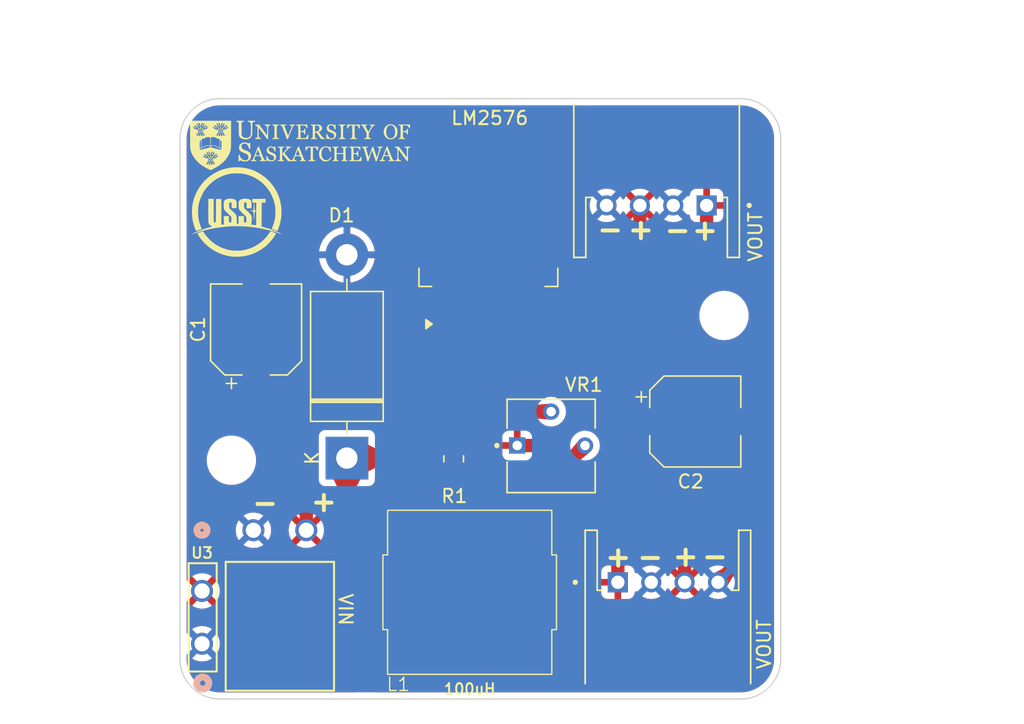
<source format=kicad_pcb>
(kicad_pcb (version 20240108) (generator "pcbnew") (generator_version "8.0")
  (layers (0 "F.Cu" signal) (31 "B.Cu" signal) (34 "B.Paste" user) (35 "F.Paste" user) (36 "B.SilkS" user "B.Silkscreen") (37 "F.SilkS" user "F.Silkscreen") (38 "B.Mask" user) (39 "F.Mask" user) (44 "Edge.Cuts" user))
  (net 0 "")
  (net 1 "GND")
  (net 2 "/Vin")
  (net 3 "/Vout")
  (net 4 "Net-(D1-K)")
  (net 5 "Net-(U1-FB)")
  (net 6 "Net-(R1-Pad1)")
  (footprint "Capacitor_SMD:CP_Elec_6.3x7.7" (layer "F.Cu") (at 130.2 68.3 90)
    (property "Reference" "C1" (at 0 -4.35 90) (layer "F.SilkS"))
    (property "Value" "100uF")
    (pad "1" smd roundrect (at -2.7 0 90) (size 3.5 1.6) (layers "F.Cu" "F.Paste" "F.Mask") (roundrect_rratio 0.15625) (net 2 "/Vin"))
    (pad "2" smd roundrect (at 2.7 0 90) (size 3.5 1.6) (layers "F.Cu" "F.Paste" "F.Mask") (roundrect_rratio 0.15625) (net 1 "GND"))
  )
  (footprint "MountingHole:MountingHole_3.2mm_M3" (layer "F.Cu") (at 128.35 78.1)
    (property "Reference" "H1")
    (property "Value" "MountingHole")
    (pad "" np_thru_hole circle (at 0 0) (size 3.2 3.2) (drill 3.2) (layers "*.Cu" "*.Mask" "In1.Cu" "In2.Cu" "In3.Cu" "In4.Cu" "In5.Cu" "In6.Cu" "In7.Cu" "In8.Cu" "In9.Cu" "In10.Cu" "In11.Cu" "In12.Cu" "In13.Cu" "In14.Cu" "In15.Cu" "In16.Cu" "In17.Cu" "In18.Cu" "In19.Cu" "In20.Cu" "In21.Cu" "In22.Cu" "In23.Cu" "In24.Cu" "In25.Cu" "In26.Cu" "In27.Cu" "In28.Cu" "In29.Cu" "In30.Cu"))
  )
  (footprint "custom_library:S2P-VH_JST" (layer "F.Cu") (at 130 83.35)
    (property "Reference" "VIN" (at 6.9 5.95 270) (layer "F.SilkS"))
    (property "Value" "S2P-VH")
    (pad "1" thru_hole circle (at 0 0) (size 1.651 1.651) (drill 1.143) (layers "*.Cu" "*.Mask" "In1.Cu" "In2.Cu" "In3.Cu" "In4.Cu" "In5.Cu" "In6.Cu" "In7.Cu" "In8.Cu" "In9.Cu" "In10.Cu" "In11.Cu" "In12.Cu" "In13.Cu" "In14.Cu" "In15.Cu" "In16.Cu" "In17.Cu" "In18.Cu" "In19.Cu" "In20.Cu" "In21.Cu" "In22.Cu" "In23.Cu" "In24.Cu" "In25.Cu" "In26.Cu" "In27.Cu" "In28.Cu" "In29.Cu" "In30.Cu") (net 1 "GND"))
    (pad "2" thru_hole circle (at 3.960001 0) (size 1.651 1.651) (drill 1.143) (layers "*.Cu" "*.Mask" "In1.Cu" "In2.Cu" "In3.Cu" "In4.Cu" "In5.Cu" "In6.Cu" "In7.Cu" "In8.Cu" "In9.Cu" "In10.Cu" "In11.Cu" "In12.Cu" "In13.Cu" "In14.Cu" "In15.Cu" "In16.Cu" "In17.Cu" "In18.Cu" "In19.Cu" "In20.Cu" "In21.Cu" "In22.Cu" "In23.Cu" "In24.Cu" "In25.Cu" "In26.Cu" "In27.Cu" "In28.Cu" "In29.Cu" "In30.Cu") (net 2 "/Vin"))
  )
  (footprint "Resistor_SMD:R_0805_2012Metric" (layer "F.Cu") (at 145 78 90)
    (property "Reference" "R1" (at -2.7875 0.05 180) (layer "F.SilkS"))
    (property "Value" "3k8")
    (pad "1" smd roundrect (at -0.9125 0 90) (size 1.025 1.4) (layers "F.Cu" "F.Paste" "F.Mask") (roundrect_rratio 0.243902) (net 6 "Net-(R1-Pad1)"))
    (pad "2" smd roundrect (at 0.9125 0 90) (size 1.025 1.4) (layers "F.Cu" "F.Paste" "F.Mask") (roundrect_rratio 0.243902) (net 1 "GND"))
  )
  (footprint "custom_library:JST_S4B-XH-A-1" (layer "F.Cu") (at 161.05 89.1)
    (property "Reference" "VOUT" (at 7.2 2.8 270) (layer "F.SilkS"))
    (property "Value" "JST_S4B-XH-A-1")
    (pad "1" thru_hole rect (at -3.75 -1.85) (size 1.508 1.508) (drill 1) (layers "*.Cu" "*.Mask" "In1.Cu" "In2.Cu" "In3.Cu" "In4.Cu" "In5.Cu" "In6.Cu" "In7.Cu" "In8.Cu" "In9.Cu" "In10.Cu" "In11.Cu" "In12.Cu" "In13.Cu" "In14.Cu" "In15.Cu" "In16.Cu" "In17.Cu" "In18.Cu" "In19.Cu" "In20.Cu" "In21.Cu" "In22.Cu" "In23.Cu" "In24.Cu" "In25.Cu" "In26.Cu" "In27.Cu" "In28.Cu" "In29.Cu" "In30.Cu") (net 3 "/Vout"))
    (pad "2" thru_hole circle (at -1.25 -1.85) (size 1.508 1.508) (drill 1) (layers "*.Cu" "*.Mask" "In1.Cu" "In2.Cu" "In3.Cu" "In4.Cu" "In5.Cu" "In6.Cu" "In7.Cu" "In8.Cu" "In9.Cu" "In10.Cu" "In11.Cu" "In12.Cu" "In13.Cu" "In14.Cu" "In15.Cu" "In16.Cu" "In17.Cu" "In18.Cu" "In19.Cu" "In20.Cu" "In21.Cu" "In22.Cu" "In23.Cu" "In24.Cu" "In25.Cu" "In26.Cu" "In27.Cu" "In28.Cu" "In29.Cu" "In30.Cu") (net 1 "GND"))
    (pad "3" thru_hole circle (at 1.25 -1.85) (size 1.508 1.508) (drill 1) (layers "*.Cu" "*.Mask" "In1.Cu" "In2.Cu" "In3.Cu" "In4.Cu" "In5.Cu" "In6.Cu" "In7.Cu" "In8.Cu" "In9.Cu" "In10.Cu" "In11.Cu" "In12.Cu" "In13.Cu" "In14.Cu" "In15.Cu" "In16.Cu" "In17.Cu" "In18.Cu" "In19.Cu" "In20.Cu" "In21.Cu" "In22.Cu" "In23.Cu" "In24.Cu" "In25.Cu" "In26.Cu" "In27.Cu" "In28.Cu" "In29.Cu" "In30.Cu") (net 3 "/Vout"))
    (pad "4" thru_hole circle (at 3.75 -1.85) (size 1.508 1.508) (drill 1) (layers "*.Cu" "*.Mask" "In1.Cu" "In2.Cu" "In3.Cu" "In4.Cu" "In5.Cu" "In6.Cu" "In7.Cu" "In8.Cu" "In9.Cu" "In10.Cu" "In11.Cu" "In12.Cu" "In13.Cu" "In14.Cu" "In15.Cu" "In16.Cu" "In17.Cu" "In18.Cu" "In19.Cu" "In20.Cu" "In21.Cu" "In22.Cu" "In23.Cu" "In24.Cu" "In25.Cu" "In26.Cu" "In27.Cu" "In28.Cu" "In29.Cu" "In30.Cu") (net 1 "GND"))
  )
  (footprint "custom_library:SMDRI127-101MT" (layer "F.Cu") (at 146.2 88 90)
    (property "Reference" "L1" (at -6.9 -5.35 0) (layer "F.SilkS") (effects (font (thickness 0.1))))
    (property "Value" "100uH" (at -7.25 0 0) (layer "F.SilkS") (effects (font (size 0.8 0.8))))
    (pad "1" smd rect (at 0 -4.95 90) (size 5.45 2.95) (layers "F.Cu" "F.Paste" "F.Mask") (net 4 "Net-(D1-K)"))
    (pad "2" smd rect (at 0 4.95 90) (size 5.45 2.95) (layers "F.Cu" "F.Paste" "F.Mask") (net 3 "/Vout"))
  )
  (footprint "USST_logo:USST_logo_Small" (layer "F.Cu") (at 128.75 59.5)
    (property "Reference" "G***" (hide yes))
    (property "Value" "LOGO" (hide yes))
  )
  (footprint "Package_TO_SOT_SMD:TO-263-5_TabPin3" (layer "F.Cu") (at 147.6 60.25 90)
    (property "Reference" "LM2576" (at 7.8 0.1 0) (layer "F.SilkS"))
    (property "Value" "LM2576T-ADJ")
    (pad "1" smd roundrect (at -7.65 -3.4 90) (size 4.6 1.1) (layers "F.Cu" "F.Paste" "F.Mask") (roundrect_rratio 0.227273) (net 2 "/Vin"))
    (pad "2" smd roundrect (at -7.65 -1.7 90) (size 4.6 1.1) (layers "F.Cu" "F.Paste" "F.Mask") (roundrect_rratio 0.227273) (net 4 "Net-(D1-K)"))
    (pad "3" smd roundrect (at -7.65 0 90) (size 4.6 1.1) (layers "F.Cu" "F.Paste" "F.Mask") (roundrect_rratio 0.227273) (net 1 "GND"))
    (pad "3" smd roundrect (at -0.925 -2.775 90) (size 4.55 5.25) (layers "F.Cu" "F.Paste") (roundrect_rratio 0.054945) (net 1 "GND"))
    (pad "3" smd roundrect (at -0.925 2.775 90) (size 4.55 5.25) (layers "F.Cu" "F.Paste") (roundrect_rratio 0.054945) (net 1 "GND"))
    (pad "3" smd roundrect (at 1.5 0 90) (size 9.4 10.8) (layers "F.Cu" "F.Mask") (roundrect_rratio 0.026596) (net 1 "GND"))
    (pad "3" smd roundrect (at 3.925 -2.775 90) (size 4.55 5.25) (layers "F.Cu" "F.Paste") (roundrect_rratio 0.054945) (net 1 "GND"))
    (pad "3" smd roundrect (at 3.925 2.775 90) (size 4.55 5.25) (layers "F.Cu" "F.Paste") (roundrect_rratio 0.054945) (net 1 "GND"))
    (pad "4" smd roundrect (at -7.65 1.7 90) (size 4.6 1.1) (layers "F.Cu" "F.Paste" "F.Mask") (roundrect_rratio 0.227273) (net 5 "Net-(U1-FB)"))
    (pad "5" smd roundrect (at -7.65 3.4 90) (size 4.6 1.1) (layers "F.Cu" "F.Paste" "F.Mask") (roundrect_rratio 0.227273) (net 1 "GND"))
  )
  (footprint "custom_library:S2P-VH_JST_Only_holes" (layer "F.Cu") (at 126.15 91.860001 90)
    (property "Reference" "U3" (at 6.810001 0 0) (layer "F.SilkS") (effects (font (size 0.8 0.8))))
    (property "Value" "S2P-VH")
    (pad "1" thru_hole circle (at 0 0 90) (size 1.651 1.651) (drill 1.143) (layers "*.Cu" "*.Mask" "In1.Cu" "In2.Cu" "In3.Cu" "In4.Cu" "In5.Cu" "In6.Cu" "In7.Cu" "In8.Cu" "In9.Cu" "In10.Cu" "In11.Cu" "In12.Cu" "In13.Cu" "In14.Cu" "In15.Cu" "In16.Cu" "In17.Cu" "In18.Cu" "In19.Cu" "In20.Cu" "In21.Cu" "In22.Cu" "In23.Cu" "In24.Cu" "In25.Cu" "In26.Cu" "In27.Cu" "In28.Cu" "In29.Cu" "In30.Cu") (net 1 "GND"))
    (pad "2" thru_hole circle (at 3.960001 0 90) (size 1.651 1.651) (drill 1.143) (layers "*.Cu" "*.Mask" "In1.Cu" "In2.Cu" "In3.Cu" "In4.Cu" "In5.Cu" "In6.Cu" "In7.Cu" "In8.Cu" "In9.Cu" "In10.Cu" "In11.Cu" "In12.Cu" "In13.Cu" "In14.Cu" "In15.Cu" "In16.Cu" "In17.Cu" "In18.Cu" "In19.Cu" "In20.Cu" "In21.Cu" "In22.Cu" "In23.Cu" "In24.Cu" "In25.Cu" "In26.Cu" "In27.Cu" "In28.Cu" "In29.Cu" "In30.Cu") (net 2 "/Vin"))
  )
  (footprint "USST_logo:usask_logo_15x3.4_silkscreen" (layer "F.Cu") (at 133.5 54.5)
    (property "Reference" "G***" (hide yes))
    (property "Value" "LOGO" (hide yes))
  )
  (footprint "Diode_THT:D_DO-201AD_P15.24mm_Horizontal" (layer "F.Cu") (at 137 77.94 90)
    (property "Reference" "D1" (at 18.19 -0.4 180) (layer "F.SilkS"))
    (property "Value" "1N5822")
    (fp_text user "K" (at 0 -2.6 90) (layer "F.SilkS"))
    (pad "1" thru_hole rect (at 0 0 90) (size 3.2 3.2) (drill 1.6) (layers "*.Cu" "*.Mask" "In1.Cu" "In2.Cu" "In3.Cu" "In4.Cu" "In5.Cu" "In6.Cu" "In7.Cu" "In8.Cu" "In9.Cu" "In10.Cu" "In11.Cu" "In12.Cu" "In13.Cu" "In14.Cu" "In15.Cu" "In16.Cu" "In17.Cu" "In18.Cu" "In19.Cu" "In20.Cu" "In21.Cu" "In22.Cu" "In23.Cu" "In24.Cu" "In25.Cu" "In26.Cu" "In27.Cu" "In28.Cu" "In29.Cu" "In30.Cu") (net 4 "Net-(D1-K)"))
    (pad "2" thru_hole oval (at 15.24 0 90) (size 3.2 3.2) (drill 1.6) (layers "*.Cu" "*.Mask" "In1.Cu" "In2.Cu" "In3.Cu" "In4.Cu" "In5.Cu" "In6.Cu" "In7.Cu" "In8.Cu" "In9.Cu" "In10.Cu" "In11.Cu" "In12.Cu" "In13.Cu" "In14.Cu" "In15.Cu" "In16.Cu" "In17.Cu" "In18.Cu" "In19.Cu" "In20.Cu" "In21.Cu" "In22.Cu" "In23.Cu" "In24.Cu" "In25.Cu" "In26.Cu" "In27.Cu" "In28.Cu" "In29.Cu" "In30.Cu") (net 1 "GND"))
  )
  (footprint "MountingHole:MountingHole_3.2mm_M3" (layer "F.Cu") (at 165.25 67.25)
    (property "Reference" "H2")
    (property "Value" "MountingHole")
    (pad "" np_thru_hole circle (at 0 0) (size 3.2 3.2) (drill 3.2) (layers "*.Cu" "*.Mask" "In1.Cu" "In2.Cu" "In3.Cu" "In4.Cu" "In5.Cu" "In6.Cu" "In7.Cu" "In8.Cu" "In9.Cu" "In10.Cu" "In11.Cu" "In12.Cu" "In13.Cu" "In14.Cu" "In15.Cu" "In16.Cu" "In17.Cu" "In18.Cu" "In19.Cu" "In20.Cu" "In21.Cu" "In22.Cu" "In23.Cu" "In24.Cu" "In25.Cu" "In26.Cu" "In27.Cu" "In28.Cu" "In29.Cu" "In30.Cu"))
  )
  (footprint "Capacitor_SMD:CP_Elec_6.3x7.7" (layer "F.Cu") (at 163.1 75.2)
    (property "Reference" "C2" (at -0.35 4.5 0) (layer "F.SilkS"))
    (property "Value" "330uF")
    (pad "1" smd roundrect (at -2.7 0) (size 3.5 1.6) (layers "F.Cu" "F.Paste" "F.Mask") (roundrect_rratio 0.15625) (net 3 "/Vout"))
    (pad "2" smd roundrect (at 2.7 0) (size 3.5 1.6) (layers "F.Cu" "F.Paste" "F.Mask") (roundrect_rratio 0.15625) (net 1 "GND"))
  )
  (footprint "custom_library:TRIM_3362P-1-103LF" (layer "F.Cu") (at 152.3 77)
    (property "Reference" "VR1" (at 2.45 -4.55 0) (layer "F.SilkS") (effects (font (size 1.002756 1.002756))))
    (property "Value" "TRIM_3362P_10k_VR")
    (pad "1" thru_hole rect (at -2.54 0) (size 1.222 1.222) (drill 0.714) (layers "*.Cu" "*.Mask" "In1.Cu" "In2.Cu" "In3.Cu" "In4.Cu" "In5.Cu" "In6.Cu" "In7.Cu" "In8.Cu" "In9.Cu" "In10.Cu" "In11.Cu" "In12.Cu" "In13.Cu" "In14.Cu" "In15.Cu" "In16.Cu" "In17.Cu" "In18.Cu" "In19.Cu" "In20.Cu" "In21.Cu" "In22.Cu" "In23.Cu" "In24.Cu" "In25.Cu" "In26.Cu" "In27.Cu" "In28.Cu" "In29.Cu" "In30.Cu") (net 3 "/Vout"))
    (pad "2" thru_hole circle (at 0 -2.54) (size 1.222 1.222) (drill 0.714) (layers "*.Cu" "*.Mask" "In1.Cu" "In2.Cu" "In3.Cu" "In4.Cu" "In5.Cu" "In6.Cu" "In7.Cu" "In8.Cu" "In9.Cu" "In10.Cu" "In11.Cu" "In12.Cu" "In13.Cu" "In14.Cu" "In15.Cu" "In16.Cu" "In17.Cu" "In18.Cu" "In19.Cu" "In20.Cu" "In21.Cu" "In22.Cu" "In23.Cu" "In24.Cu" "In25.Cu" "In26.Cu" "In27.Cu" "In28.Cu" "In29.Cu" "In30.Cu") (net 5 "Net-(U1-FB)"))
    (pad "3" thru_hole circle (at 2.54 0) (size 1.222 1.222) (drill 0.714) (layers "*.Cu" "*.Mask" "In1.Cu" "In2.Cu" "In3.Cu" "In4.Cu" "In5.Cu" "In6.Cu" "In7.Cu" "In8.Cu" "In9.Cu" "In10.Cu" "In11.Cu" "In12.Cu" "In13.Cu" "In14.Cu" "In15.Cu" "In16.Cu" "In17.Cu" "In18.Cu" "In19.Cu" "In20.Cu" "In21.Cu" "In22.Cu" "In23.Cu" "In24.Cu" "In25.Cu" "In26.Cu" "In27.Cu" "In28.Cu" "In29.Cu" "In30.Cu") (net 6 "Net-(R1-Pad1)"))
  )
  (footprint "custom_library:JST_S4B-XH-A-1" (layer "F.Cu") (at 160.2 57.15 180)
    (property "Reference" "VOUT" (at -7.4 -4.2 90) (layer "F.SilkS"))
    (property "Value" "JST_S4B-XH-A-1")
    (pad "1" thru_hole rect (at -3.75 -1.85 180) (size 1.508 1.508) (drill 1) (layers "*.Cu" "*.Mask" "In1.Cu" "In2.Cu" "In3.Cu" "In4.Cu" "In5.Cu" "In6.Cu" "In7.Cu" "In8.Cu" "In9.Cu" "In10.Cu" "In11.Cu" "In12.Cu" "In13.Cu" "In14.Cu" "In15.Cu" "In16.Cu" "In17.Cu" "In18.Cu" "In19.Cu" "In20.Cu" "In21.Cu" "In22.Cu" "In23.Cu" "In24.Cu" "In25.Cu" "In26.Cu" "In27.Cu" "In28.Cu" "In29.Cu" "In30.Cu") (net 3 "/Vout"))
    (pad "2" thru_hole circle (at -1.25 -1.85 180) (size 1.508 1.508) (drill 1) (layers "*.Cu" "*.Mask" "In1.Cu" "In2.Cu" "In3.Cu" "In4.Cu" "In5.Cu" "In6.Cu" "In7.Cu" "In8.Cu" "In9.Cu" "In10.Cu" "In11.Cu" "In12.Cu" "In13.Cu" "In14.Cu" "In15.Cu" "In16.Cu" "In17.Cu" "In18.Cu" "In19.Cu" "In20.Cu" "In21.Cu" "In22.Cu" "In23.Cu" "In24.Cu" "In25.Cu" "In26.Cu" "In27.Cu" "In28.Cu" "In29.Cu" "In30.Cu") (net 1 "GND"))
    (pad "3" thru_hole circle (at 1.25 -1.85 180) (size 1.508 1.508) (drill 1) (layers "*.Cu" "*.Mask" "In1.Cu" "In2.Cu" "In3.Cu" "In4.Cu" "In5.Cu" "In6.Cu" "In7.Cu" "In8.Cu" "In9.Cu" "In10.Cu" "In11.Cu" "In12.Cu" "In13.Cu" "In14.Cu" "In15.Cu" "In16.Cu" "In17.Cu" "In18.Cu" "In19.Cu" "In20.Cu" "In21.Cu" "In22.Cu" "In23.Cu" "In24.Cu" "In25.Cu" "In26.Cu" "In27.Cu" "In28.Cu" "In29.Cu" "In30.Cu") (net 3 "/Vout"))
    (pad "4" thru_hole circle (at 3.75 -1.85 180) (size 1.508 1.508) (drill 1) (layers "*.Cu" "*.Mask" "In1.Cu" "In2.Cu" "In3.Cu" "In4.Cu" "In5.Cu" "In6.Cu" "In7.Cu" "In8.Cu" "In9.Cu" "In10.Cu" "In11.Cu" "In12.Cu" "In13.Cu" "In14.Cu" "In15.Cu" "In16.Cu" "In17.Cu" "In18.Cu" "In19.Cu" "In20.Cu" "In21.Cu" "In22.Cu" "In23.Cu" "In24.Cu" "In25.Cu" "In26.Cu" "In27.Cu" "In28.Cu" "In29.Cu" "In30.Cu") (net 1 "GND"))
  )
  (gr_arc (start 127.5 96) (mid 125.37868 95.12132) (end 124.5 93) (stroke (width 0.1)) (layer "Edge.Cuts"))
  (gr_line (start 166.5 96) (end 127.5 96) (stroke (width 0.1)) (layer "Edge.Cuts"))
  (gr_arc (start 124.5 54) (mid 125.37868 51.87868) (end 127.5 51) (stroke (width 0.1)) (layer "Edge.Cuts"))
  (gr_arc (start 169.5 93) (mid 168.62132 95.12132) (end 166.5 96) (stroke (width 0.1)) (layer "Edge.Cuts"))
  (gr_line (start 127.5 51) (end 166.5 51) (stroke (width 0.1)) (layer "Edge.Cuts"))
  (gr_line (start 169.5 54) (end 169.5 93) (stroke (width 0.1)) (layer "Edge.Cuts"))
  (gr_arc (start 166.5 51) (mid 168.62132 51.87868) (end 169.5 54) (stroke (width 0.1)) (layer "Edge.Cuts"))
  (gr_line (start 124.5 93) (end 124.5 54) (stroke (width 0.1)) (layer "Edge.Cuts"))
  (gr_text "+" (at 161.25 86.15 0) (layer "F.SilkS") (effects (font (size 1.5 1.5) (thickness 0.3) (bold yes)) (justify left bottom)))
  (gr_text "+" (at 157.9 61.65 0) (layer "F.SilkS") (effects (font (size 1.5 1.5) (thickness 0.3) (bold yes)) (justify left bottom)))
  (gr_text "+" (at 156.2 86.2 0) (layer "F.SilkS") (effects (font (size 1.5 1.5) (thickness 0.3) (bold yes)) (justify left bottom)))
  (gr_text "-" (at 160.65 61.7 0) (layer "F.SilkS") (effects (font (size 1.5 1.5) (thickness 0.3) (bold yes)) (justify left bottom)))
  (gr_text "+" (at 162.7 61.7 0) (layer "F.SilkS") (effects (font (size 1.5 1.5) (thickness 0.3) (bold yes)) (justify left bottom)))
  (gr_text "-" (at 158.6 86.2 0) (layer "F.SilkS") (effects (font (size 1.5 1.5) (thickness 0.3) (bold yes)) (justify left bottom)))
  (gr_text "-" (at 155.6 61.65 0) (layer "F.SilkS") (effects (font (size 1.5 1.5) (thickness 0.3) (bold yes)) (justify left bottom)))
  (gr_text "-" (at 129.75 82.15 0) (layer "F.SilkS") (effects (font (size 1.5 1.5) (thickness 0.3) (bold yes)) (justify left bottom)))
  (gr_text "+" (at 134.15 82.05 0) (layer "F.SilkS") (effects (font (size 1.5 1.5) (thickness 0.3) (bold yes)) (justify left bottom)))
  (gr_text "-" (at 163.45 86.15 0) (layer "F.SilkS") (effects (font (size 1.5 1.5) (thickness 0.3) (bold yes)) (justify left bottom)))
  (segment (start 164.8 87.25) (end 165.8 86.25) (width 1) (layer "F.Cu") (net 1))
  (segment (start 145 77.0875) (end 146.5625 77.0875) (width 1) (layer "F.Cu") (net 1))
  (segment (start 146.5625 77.0875) (end 147.6 76.05) (width 1) (layer "F.Cu") (net 1))
  (segment (start 147.6 76.05) (end 147.6 67.9) (width 1) (layer "F.Cu") (net 1))
  (segment (start 165.8 86.25) (end 165.8 75.2) (width 1) (layer "F.Cu") (net 1))
  (segment (start 132.95 81) (end 132.95 76.65) (width 1) (layer "F.Cu") (net 2))
  (segment (start 130.2 73.9) (end 130.2 71) (width 1) (layer "F.Cu") (net 2))
  (segment (start 132.95 76.65) (end 130.2 73.9) (width 1) (layer "F.Cu") (net 2))
  (segment (start 144.2 70.6) (end 144.2 67.9) (width 1) (layer "F.Cu") (net 2))
  (segment (start 133.960001 83.35) (end 133.960001 82.010001) (width 1) (layer "F.Cu") (net 2))
  (segment (start 143.8 71) (end 144.2 70.6) (width 1) (layer "F.Cu") (net 2))
  (segment (start 133.960001 82.010001) (end 132.95 81) (width 1) (layer "F.Cu") (net 2))
  (segment (start 130.2 71) (end 143.8 71) (width 1) (layer "F.Cu") (net 2))
  (segment (start 151.15 82.65) (end 152.6 81.2) (width 1) (layer "F.Cu") (net 3))
  (segment (start 160.4 82.15) (end 162.3 84.05) (width 1) (layer "F.Cu") (net 3))
  (segment (start 156.5 81.2) (end 160.4 77.3) (width 1) (layer "F.Cu") (net 3))
  (segment (start 160.2 62.1) (end 160.4 62.3) (width 1) (layer "F.Cu") (net 3))
  (segment (start 151.15 88) (end 151.854 88.704) (width 1) (layer "F.Cu") (net 3))
  (segment (start 152.3 77) (end 149.76 77) (width 1) (layer "F.Cu") (net 3))
  (segment (start 158.95 59) (end 158.95 60.85) (width 1) (layer "F.Cu") (net 3))
  (segment (start 151.15 88) (end 151.15 82.65) (width 1) (layer "F.Cu") (net 3))
  (segment (start 163.95 60.8) (end 163.95 59) (width 1) (layer "F.Cu") (net 3))
  (segment (start 160.4 82.15) (end 157.3 85.25) (width 1) (layer "F.Cu") (net 3))
  (segment (start 158.95 60.85) (end 160.2 62.1) (width 1) (layer "F.Cu") (net 3))
  (segment (start 162.65 62.1) (end 163.95 60.8) (width 1) (layer "F.Cu") (net 3))
  (segment (start 160.2 62.1) (end 162.65 62.1) (width 1) (layer "F.Cu") (net 3))
  (segment (start 160.4 77.3) (end 160.4 82.15) (width 1) (layer "F.Cu") (net 3))
  (segment (start 152.6 81.2) (end 156.5 81.2) (width 1) (layer "F.Cu") (net 3))
  (segment (start 160.4 62.3) (end 160.4 75.2) (width 1) (layer "F.Cu") (net 3))
  (segment (start 162.3 84.05) (end 162.3 87.25) (width 1) (layer "F.Cu") (net 3))
  (segment (start 160.35 75.25) (end 154.05 75.25) (width 1) (layer "F.Cu") (net 3))
  (segment (start 160.4 77.3) (end 160.4 75.2) (width 1) (layer "F.Cu") (net 3))
  (segment (start 154.05 75.25) (end 152.3 77) (width 1) (layer "F.Cu") (net 3))
  (segment (start 157.3 85.25) (end 157.3 87.25) (width 1) (layer "F.Cu") (net 3))
  (segment (start 141.25 83.35) (end 141.25 88) (width 1) (layer "F.Cu") (net 4))
  (segment (start 140.65 82.75) (end 141.25 83.35) (width 1) (layer "F.Cu") (net 4))
  (segment (start 137 81.15) (end 138.6 82.75) (width 1) (layer "F.Cu") (net 4))
  (segment (start 138.6 82.75) (end 140.65 82.75) (width 1) (layer "F.Cu") (net 4))
  (segment (start 137 77.94) (end 137.34 77.6) (width 1.5) (layer "F.Cu") (net 4))
  (segment (start 145.9 67.9) (end 145.9 72.3) (width 1) (layer "F.Cu") (net 4))
  (segment (start 140.26 77.94) (end 137 77.94) (width 1) (layer "F.Cu") (net 4))
  (segment (start 137 77.94) (end 137 81.15) (width 1) (layer "F.Cu") (net 4))
  (segment (start 145.9 72.3) (end 140.26 77.94) (width 1) (layer "F.Cu") (net 4))
  (segment (start 149.3 67.9) (end 149.3 72.8) (width 1) (layer "F.Cu") (net 5))
  (segment (start 149.3 72.8) (end 150.96 74.46) (width 1) (layer "F.Cu") (net 5))
  (segment (start 150.96 74.46) (end 152.3 74.46) (width 1) (layer "F.Cu") (net 5))
  (segment (start 152.9275 78.9125) (end 145 78.9125) (width 1) (layer "F.Cu") (net 6))
  (segment (start 154.84 77) (end 152.9275 78.9125) (width 1) (layer "F.Cu") (net 6))
  (zone (net 2) (net_name "/Vin") (layer "F.Cu") (priority 1) (connect_pads (clearance 0.5)) (min_thickness 0.25) (fill yes (thermal_gap 0.5) (thermal_bridge_width 0.5) (smoothing fillet) (radius 2))
    (polygon (pts (xy 126.8 69.35) (xy 128.9 68.85) (xy 137.7 66.85) (xy 141 65.05) (xy 145.05 64.95) (xy 145.05 72) (xy 134.45 73.15) (xy 134.4 80.15) (xy 135.95 81.35) (xy 138.35 85.15) (xy 138.3 90.85) (xy 138.4 96.95) (xy 120.05 97) (xy 120 70.95)))
  )
  (zone (net 1) (net_name "GND") (layer "F.Cu") (priority 3) (connect_pads (clearance 0.5)) (min_thickness 0.25) (fill yes (thermal_gap 0.5) (thermal_bridge_width 0.5))
    (polygon (pts (xy 154.65 49.5) (xy 154.65 72) (xy 145.05 72) (xy 145.05 64.95) (xy 141 65.05) (xy 137.7 66.85) (xy 120 70.95) (xy 120 49.4)))
  )
  (zone (net 3) (net_name "/Vout") (layer "F.Cu") (priority 2) (connect_pads (clearance 0.5)) (min_thickness 0.25) (fill yes (thermal_gap 0.5) (thermal_bridge_width 0.5) (smoothing fillet) (radius 2))
    (polygon (pts (xy 154.65 72) (xy 145.05 72) (xy 134.45 73.15) (xy 134.4 80.15) (xy 135.95 81.35) (xy 138.35 85.15) (xy 138.4 96.95) (xy 172 97.2) (xy 171.9 49.25) (xy 154.65 49.5)))
  )
  (zone (net 1) (net_name "GND") (layer "B.Cu") (connect_pads (clearance 0.5)) (min_thickness 0.25) (fill yes (thermal_gap 0.5) (thermal_bridge_width 0.5))
    (polygon (pts (xy 120.35 49.92) (xy 171.8 50.15) (xy 171.8 97.9) (xy 120.35 97.67)))
  )
)
</source>
